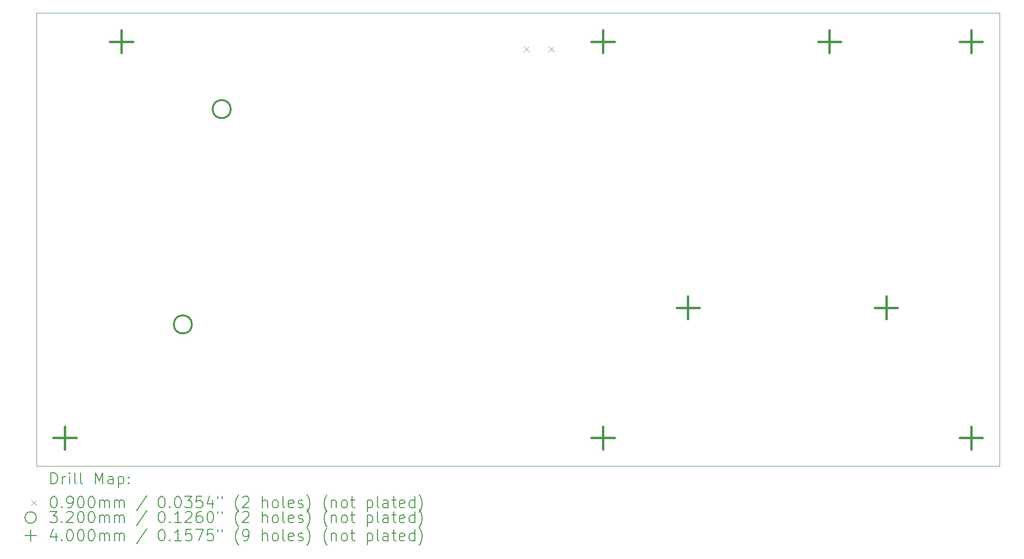
<source format=gbr>
%TF.GenerationSoftware,KiCad,Pcbnew,8.0.3*%
%TF.CreationDate,2024-07-06T19:44:55-04:00*%
%TF.ProjectId,UMTK,554d544b-2e6b-4696-9361-645f70636258,rev?*%
%TF.SameCoordinates,Original*%
%TF.FileFunction,Drillmap*%
%TF.FilePolarity,Positive*%
%FSLAX45Y45*%
G04 Gerber Fmt 4.5, Leading zero omitted, Abs format (unit mm)*
G04 Created by KiCad (PCBNEW 8.0.3) date 2024-07-06 19:44:55*
%MOMM*%
%LPD*%
G01*
G04 APERTURE LIST*
%ADD10C,0.050000*%
%ADD11C,0.200000*%
%ADD12C,0.100000*%
%ADD13C,0.320000*%
%ADD14C,0.400000*%
G04 APERTURE END LIST*
D10*
X2000000Y-10000000D02*
X2000000Y-2000000D01*
X19000000Y-10000000D02*
X2000000Y-10000000D01*
X19000000Y-2000000D02*
X19000000Y-10000000D01*
X2000000Y-2000000D02*
X19000000Y-2000000D01*
D11*
D12*
X10605000Y-2590900D02*
X10695000Y-2680900D01*
X10695000Y-2590900D02*
X10605000Y-2680900D01*
X11045000Y-2590900D02*
X11135000Y-2680900D01*
X11135000Y-2590900D02*
X11045000Y-2680900D01*
D13*
X4744600Y-7496400D02*
G75*
G02*
X4424600Y-7496400I-160000J0D01*
G01*
X4424600Y-7496400D02*
G75*
G02*
X4744600Y-7496400I160000J0D01*
G01*
X5430400Y-3694020D02*
G75*
G02*
X5110400Y-3694020I-160000J0D01*
G01*
X5110400Y-3694020D02*
G75*
G02*
X5430400Y-3694020I160000J0D01*
G01*
D14*
X2500000Y-9300000D02*
X2500000Y-9700000D01*
X2300000Y-9500000D02*
X2700000Y-9500000D01*
X3500000Y-2300000D02*
X3500000Y-2700000D01*
X3300000Y-2500000D02*
X3700000Y-2500000D01*
X12000000Y-2300000D02*
X12000000Y-2700000D01*
X11800000Y-2500000D02*
X12200000Y-2500000D01*
X12000000Y-9300000D02*
X12000000Y-9700000D01*
X11800000Y-9500000D02*
X12200000Y-9500000D01*
X13500000Y-7000000D02*
X13500000Y-7400000D01*
X13300000Y-7200000D02*
X13700000Y-7200000D01*
X16000000Y-2300000D02*
X16000000Y-2700000D01*
X15800000Y-2500000D02*
X16200000Y-2500000D01*
X17000000Y-7000000D02*
X17000000Y-7400000D01*
X16800000Y-7200000D02*
X17200000Y-7200000D01*
X18500000Y-2300000D02*
X18500000Y-2700000D01*
X18300000Y-2500000D02*
X18700000Y-2500000D01*
X18500000Y-9300000D02*
X18500000Y-9700000D01*
X18300000Y-9500000D02*
X18700000Y-9500000D01*
D11*
X2258277Y-10313984D02*
X2258277Y-10113984D01*
X2258277Y-10113984D02*
X2305896Y-10113984D01*
X2305896Y-10113984D02*
X2334467Y-10123508D01*
X2334467Y-10123508D02*
X2353515Y-10142555D01*
X2353515Y-10142555D02*
X2363039Y-10161603D01*
X2363039Y-10161603D02*
X2372563Y-10199698D01*
X2372563Y-10199698D02*
X2372563Y-10228270D01*
X2372563Y-10228270D02*
X2363039Y-10266365D01*
X2363039Y-10266365D02*
X2353515Y-10285412D01*
X2353515Y-10285412D02*
X2334467Y-10304460D01*
X2334467Y-10304460D02*
X2305896Y-10313984D01*
X2305896Y-10313984D02*
X2258277Y-10313984D01*
X2458277Y-10313984D02*
X2458277Y-10180650D01*
X2458277Y-10218746D02*
X2467801Y-10199698D01*
X2467801Y-10199698D02*
X2477324Y-10190174D01*
X2477324Y-10190174D02*
X2496372Y-10180650D01*
X2496372Y-10180650D02*
X2515420Y-10180650D01*
X2582086Y-10313984D02*
X2582086Y-10180650D01*
X2582086Y-10113984D02*
X2572563Y-10123508D01*
X2572563Y-10123508D02*
X2582086Y-10133031D01*
X2582086Y-10133031D02*
X2591610Y-10123508D01*
X2591610Y-10123508D02*
X2582086Y-10113984D01*
X2582086Y-10113984D02*
X2582086Y-10133031D01*
X2705896Y-10313984D02*
X2686848Y-10304460D01*
X2686848Y-10304460D02*
X2677324Y-10285412D01*
X2677324Y-10285412D02*
X2677324Y-10113984D01*
X2810658Y-10313984D02*
X2791610Y-10304460D01*
X2791610Y-10304460D02*
X2782086Y-10285412D01*
X2782086Y-10285412D02*
X2782086Y-10113984D01*
X3039229Y-10313984D02*
X3039229Y-10113984D01*
X3039229Y-10113984D02*
X3105896Y-10256841D01*
X3105896Y-10256841D02*
X3172562Y-10113984D01*
X3172562Y-10113984D02*
X3172562Y-10313984D01*
X3353515Y-10313984D02*
X3353515Y-10209222D01*
X3353515Y-10209222D02*
X3343991Y-10190174D01*
X3343991Y-10190174D02*
X3324943Y-10180650D01*
X3324943Y-10180650D02*
X3286848Y-10180650D01*
X3286848Y-10180650D02*
X3267801Y-10190174D01*
X3353515Y-10304460D02*
X3334467Y-10313984D01*
X3334467Y-10313984D02*
X3286848Y-10313984D01*
X3286848Y-10313984D02*
X3267801Y-10304460D01*
X3267801Y-10304460D02*
X3258277Y-10285412D01*
X3258277Y-10285412D02*
X3258277Y-10266365D01*
X3258277Y-10266365D02*
X3267801Y-10247317D01*
X3267801Y-10247317D02*
X3286848Y-10237793D01*
X3286848Y-10237793D02*
X3334467Y-10237793D01*
X3334467Y-10237793D02*
X3353515Y-10228270D01*
X3448753Y-10180650D02*
X3448753Y-10380650D01*
X3448753Y-10190174D02*
X3467801Y-10180650D01*
X3467801Y-10180650D02*
X3505896Y-10180650D01*
X3505896Y-10180650D02*
X3524943Y-10190174D01*
X3524943Y-10190174D02*
X3534467Y-10199698D01*
X3534467Y-10199698D02*
X3543991Y-10218746D01*
X3543991Y-10218746D02*
X3543991Y-10275889D01*
X3543991Y-10275889D02*
X3534467Y-10294936D01*
X3534467Y-10294936D02*
X3524943Y-10304460D01*
X3524943Y-10304460D02*
X3505896Y-10313984D01*
X3505896Y-10313984D02*
X3467801Y-10313984D01*
X3467801Y-10313984D02*
X3448753Y-10304460D01*
X3629705Y-10294936D02*
X3639229Y-10304460D01*
X3639229Y-10304460D02*
X3629705Y-10313984D01*
X3629705Y-10313984D02*
X3620182Y-10304460D01*
X3620182Y-10304460D02*
X3629705Y-10294936D01*
X3629705Y-10294936D02*
X3629705Y-10313984D01*
X3629705Y-10190174D02*
X3639229Y-10199698D01*
X3639229Y-10199698D02*
X3629705Y-10209222D01*
X3629705Y-10209222D02*
X3620182Y-10199698D01*
X3620182Y-10199698D02*
X3629705Y-10190174D01*
X3629705Y-10190174D02*
X3629705Y-10209222D01*
D12*
X1907500Y-10597500D02*
X1997500Y-10687500D01*
X1997500Y-10597500D02*
X1907500Y-10687500D01*
D11*
X2296372Y-10533984D02*
X2315420Y-10533984D01*
X2315420Y-10533984D02*
X2334467Y-10543508D01*
X2334467Y-10543508D02*
X2343991Y-10553031D01*
X2343991Y-10553031D02*
X2353515Y-10572079D01*
X2353515Y-10572079D02*
X2363039Y-10610174D01*
X2363039Y-10610174D02*
X2363039Y-10657793D01*
X2363039Y-10657793D02*
X2353515Y-10695889D01*
X2353515Y-10695889D02*
X2343991Y-10714936D01*
X2343991Y-10714936D02*
X2334467Y-10724460D01*
X2334467Y-10724460D02*
X2315420Y-10733984D01*
X2315420Y-10733984D02*
X2296372Y-10733984D01*
X2296372Y-10733984D02*
X2277324Y-10724460D01*
X2277324Y-10724460D02*
X2267801Y-10714936D01*
X2267801Y-10714936D02*
X2258277Y-10695889D01*
X2258277Y-10695889D02*
X2248753Y-10657793D01*
X2248753Y-10657793D02*
X2248753Y-10610174D01*
X2248753Y-10610174D02*
X2258277Y-10572079D01*
X2258277Y-10572079D02*
X2267801Y-10553031D01*
X2267801Y-10553031D02*
X2277324Y-10543508D01*
X2277324Y-10543508D02*
X2296372Y-10533984D01*
X2448753Y-10714936D02*
X2458277Y-10724460D01*
X2458277Y-10724460D02*
X2448753Y-10733984D01*
X2448753Y-10733984D02*
X2439229Y-10724460D01*
X2439229Y-10724460D02*
X2448753Y-10714936D01*
X2448753Y-10714936D02*
X2448753Y-10733984D01*
X2553515Y-10733984D02*
X2591610Y-10733984D01*
X2591610Y-10733984D02*
X2610658Y-10724460D01*
X2610658Y-10724460D02*
X2620182Y-10714936D01*
X2620182Y-10714936D02*
X2639229Y-10686365D01*
X2639229Y-10686365D02*
X2648753Y-10648270D01*
X2648753Y-10648270D02*
X2648753Y-10572079D01*
X2648753Y-10572079D02*
X2639229Y-10553031D01*
X2639229Y-10553031D02*
X2629705Y-10543508D01*
X2629705Y-10543508D02*
X2610658Y-10533984D01*
X2610658Y-10533984D02*
X2572563Y-10533984D01*
X2572563Y-10533984D02*
X2553515Y-10543508D01*
X2553515Y-10543508D02*
X2543991Y-10553031D01*
X2543991Y-10553031D02*
X2534467Y-10572079D01*
X2534467Y-10572079D02*
X2534467Y-10619698D01*
X2534467Y-10619698D02*
X2543991Y-10638746D01*
X2543991Y-10638746D02*
X2553515Y-10648270D01*
X2553515Y-10648270D02*
X2572563Y-10657793D01*
X2572563Y-10657793D02*
X2610658Y-10657793D01*
X2610658Y-10657793D02*
X2629705Y-10648270D01*
X2629705Y-10648270D02*
X2639229Y-10638746D01*
X2639229Y-10638746D02*
X2648753Y-10619698D01*
X2772563Y-10533984D02*
X2791610Y-10533984D01*
X2791610Y-10533984D02*
X2810658Y-10543508D01*
X2810658Y-10543508D02*
X2820182Y-10553031D01*
X2820182Y-10553031D02*
X2829705Y-10572079D01*
X2829705Y-10572079D02*
X2839229Y-10610174D01*
X2839229Y-10610174D02*
X2839229Y-10657793D01*
X2839229Y-10657793D02*
X2829705Y-10695889D01*
X2829705Y-10695889D02*
X2820182Y-10714936D01*
X2820182Y-10714936D02*
X2810658Y-10724460D01*
X2810658Y-10724460D02*
X2791610Y-10733984D01*
X2791610Y-10733984D02*
X2772563Y-10733984D01*
X2772563Y-10733984D02*
X2753515Y-10724460D01*
X2753515Y-10724460D02*
X2743991Y-10714936D01*
X2743991Y-10714936D02*
X2734467Y-10695889D01*
X2734467Y-10695889D02*
X2724944Y-10657793D01*
X2724944Y-10657793D02*
X2724944Y-10610174D01*
X2724944Y-10610174D02*
X2734467Y-10572079D01*
X2734467Y-10572079D02*
X2743991Y-10553031D01*
X2743991Y-10553031D02*
X2753515Y-10543508D01*
X2753515Y-10543508D02*
X2772563Y-10533984D01*
X2963039Y-10533984D02*
X2982086Y-10533984D01*
X2982086Y-10533984D02*
X3001134Y-10543508D01*
X3001134Y-10543508D02*
X3010658Y-10553031D01*
X3010658Y-10553031D02*
X3020182Y-10572079D01*
X3020182Y-10572079D02*
X3029705Y-10610174D01*
X3029705Y-10610174D02*
X3029705Y-10657793D01*
X3029705Y-10657793D02*
X3020182Y-10695889D01*
X3020182Y-10695889D02*
X3010658Y-10714936D01*
X3010658Y-10714936D02*
X3001134Y-10724460D01*
X3001134Y-10724460D02*
X2982086Y-10733984D01*
X2982086Y-10733984D02*
X2963039Y-10733984D01*
X2963039Y-10733984D02*
X2943991Y-10724460D01*
X2943991Y-10724460D02*
X2934467Y-10714936D01*
X2934467Y-10714936D02*
X2924943Y-10695889D01*
X2924943Y-10695889D02*
X2915420Y-10657793D01*
X2915420Y-10657793D02*
X2915420Y-10610174D01*
X2915420Y-10610174D02*
X2924943Y-10572079D01*
X2924943Y-10572079D02*
X2934467Y-10553031D01*
X2934467Y-10553031D02*
X2943991Y-10543508D01*
X2943991Y-10543508D02*
X2963039Y-10533984D01*
X3115420Y-10733984D02*
X3115420Y-10600650D01*
X3115420Y-10619698D02*
X3124943Y-10610174D01*
X3124943Y-10610174D02*
X3143991Y-10600650D01*
X3143991Y-10600650D02*
X3172563Y-10600650D01*
X3172563Y-10600650D02*
X3191610Y-10610174D01*
X3191610Y-10610174D02*
X3201134Y-10629222D01*
X3201134Y-10629222D02*
X3201134Y-10733984D01*
X3201134Y-10629222D02*
X3210658Y-10610174D01*
X3210658Y-10610174D02*
X3229705Y-10600650D01*
X3229705Y-10600650D02*
X3258277Y-10600650D01*
X3258277Y-10600650D02*
X3277324Y-10610174D01*
X3277324Y-10610174D02*
X3286848Y-10629222D01*
X3286848Y-10629222D02*
X3286848Y-10733984D01*
X3382086Y-10733984D02*
X3382086Y-10600650D01*
X3382086Y-10619698D02*
X3391610Y-10610174D01*
X3391610Y-10610174D02*
X3410658Y-10600650D01*
X3410658Y-10600650D02*
X3439229Y-10600650D01*
X3439229Y-10600650D02*
X3458277Y-10610174D01*
X3458277Y-10610174D02*
X3467801Y-10629222D01*
X3467801Y-10629222D02*
X3467801Y-10733984D01*
X3467801Y-10629222D02*
X3477324Y-10610174D01*
X3477324Y-10610174D02*
X3496372Y-10600650D01*
X3496372Y-10600650D02*
X3524943Y-10600650D01*
X3524943Y-10600650D02*
X3543991Y-10610174D01*
X3543991Y-10610174D02*
X3553515Y-10629222D01*
X3553515Y-10629222D02*
X3553515Y-10733984D01*
X3943991Y-10524460D02*
X3772563Y-10781603D01*
X4201134Y-10533984D02*
X4220182Y-10533984D01*
X4220182Y-10533984D02*
X4239229Y-10543508D01*
X4239229Y-10543508D02*
X4248753Y-10553031D01*
X4248753Y-10553031D02*
X4258277Y-10572079D01*
X4258277Y-10572079D02*
X4267801Y-10610174D01*
X4267801Y-10610174D02*
X4267801Y-10657793D01*
X4267801Y-10657793D02*
X4258277Y-10695889D01*
X4258277Y-10695889D02*
X4248753Y-10714936D01*
X4248753Y-10714936D02*
X4239229Y-10724460D01*
X4239229Y-10724460D02*
X4220182Y-10733984D01*
X4220182Y-10733984D02*
X4201134Y-10733984D01*
X4201134Y-10733984D02*
X4182086Y-10724460D01*
X4182086Y-10724460D02*
X4172563Y-10714936D01*
X4172563Y-10714936D02*
X4163039Y-10695889D01*
X4163039Y-10695889D02*
X4153515Y-10657793D01*
X4153515Y-10657793D02*
X4153515Y-10610174D01*
X4153515Y-10610174D02*
X4163039Y-10572079D01*
X4163039Y-10572079D02*
X4172563Y-10553031D01*
X4172563Y-10553031D02*
X4182086Y-10543508D01*
X4182086Y-10543508D02*
X4201134Y-10533984D01*
X4353515Y-10714936D02*
X4363039Y-10724460D01*
X4363039Y-10724460D02*
X4353515Y-10733984D01*
X4353515Y-10733984D02*
X4343991Y-10724460D01*
X4343991Y-10724460D02*
X4353515Y-10714936D01*
X4353515Y-10714936D02*
X4353515Y-10733984D01*
X4486848Y-10533984D02*
X4505896Y-10533984D01*
X4505896Y-10533984D02*
X4524944Y-10543508D01*
X4524944Y-10543508D02*
X4534468Y-10553031D01*
X4534468Y-10553031D02*
X4543991Y-10572079D01*
X4543991Y-10572079D02*
X4553515Y-10610174D01*
X4553515Y-10610174D02*
X4553515Y-10657793D01*
X4553515Y-10657793D02*
X4543991Y-10695889D01*
X4543991Y-10695889D02*
X4534468Y-10714936D01*
X4534468Y-10714936D02*
X4524944Y-10724460D01*
X4524944Y-10724460D02*
X4505896Y-10733984D01*
X4505896Y-10733984D02*
X4486848Y-10733984D01*
X4486848Y-10733984D02*
X4467801Y-10724460D01*
X4467801Y-10724460D02*
X4458277Y-10714936D01*
X4458277Y-10714936D02*
X4448753Y-10695889D01*
X4448753Y-10695889D02*
X4439229Y-10657793D01*
X4439229Y-10657793D02*
X4439229Y-10610174D01*
X4439229Y-10610174D02*
X4448753Y-10572079D01*
X4448753Y-10572079D02*
X4458277Y-10553031D01*
X4458277Y-10553031D02*
X4467801Y-10543508D01*
X4467801Y-10543508D02*
X4486848Y-10533984D01*
X4620182Y-10533984D02*
X4743991Y-10533984D01*
X4743991Y-10533984D02*
X4677325Y-10610174D01*
X4677325Y-10610174D02*
X4705896Y-10610174D01*
X4705896Y-10610174D02*
X4724944Y-10619698D01*
X4724944Y-10619698D02*
X4734468Y-10629222D01*
X4734468Y-10629222D02*
X4743991Y-10648270D01*
X4743991Y-10648270D02*
X4743991Y-10695889D01*
X4743991Y-10695889D02*
X4734468Y-10714936D01*
X4734468Y-10714936D02*
X4724944Y-10724460D01*
X4724944Y-10724460D02*
X4705896Y-10733984D01*
X4705896Y-10733984D02*
X4648753Y-10733984D01*
X4648753Y-10733984D02*
X4629706Y-10724460D01*
X4629706Y-10724460D02*
X4620182Y-10714936D01*
X4924944Y-10533984D02*
X4829706Y-10533984D01*
X4829706Y-10533984D02*
X4820182Y-10629222D01*
X4820182Y-10629222D02*
X4829706Y-10619698D01*
X4829706Y-10619698D02*
X4848753Y-10610174D01*
X4848753Y-10610174D02*
X4896372Y-10610174D01*
X4896372Y-10610174D02*
X4915420Y-10619698D01*
X4915420Y-10619698D02*
X4924944Y-10629222D01*
X4924944Y-10629222D02*
X4934468Y-10648270D01*
X4934468Y-10648270D02*
X4934468Y-10695889D01*
X4934468Y-10695889D02*
X4924944Y-10714936D01*
X4924944Y-10714936D02*
X4915420Y-10724460D01*
X4915420Y-10724460D02*
X4896372Y-10733984D01*
X4896372Y-10733984D02*
X4848753Y-10733984D01*
X4848753Y-10733984D02*
X4829706Y-10724460D01*
X4829706Y-10724460D02*
X4820182Y-10714936D01*
X5105896Y-10600650D02*
X5105896Y-10733984D01*
X5058277Y-10524460D02*
X5010658Y-10667317D01*
X5010658Y-10667317D02*
X5134468Y-10667317D01*
X5201134Y-10533984D02*
X5201134Y-10572079D01*
X5277325Y-10533984D02*
X5277325Y-10572079D01*
X5572563Y-10810174D02*
X5563039Y-10800650D01*
X5563039Y-10800650D02*
X5543991Y-10772079D01*
X5543991Y-10772079D02*
X5534468Y-10753031D01*
X5534468Y-10753031D02*
X5524944Y-10724460D01*
X5524944Y-10724460D02*
X5515420Y-10676841D01*
X5515420Y-10676841D02*
X5515420Y-10638746D01*
X5515420Y-10638746D02*
X5524944Y-10591127D01*
X5524944Y-10591127D02*
X5534468Y-10562555D01*
X5534468Y-10562555D02*
X5543991Y-10543508D01*
X5543991Y-10543508D02*
X5563039Y-10514936D01*
X5563039Y-10514936D02*
X5572563Y-10505412D01*
X5639229Y-10553031D02*
X5648753Y-10543508D01*
X5648753Y-10543508D02*
X5667801Y-10533984D01*
X5667801Y-10533984D02*
X5715420Y-10533984D01*
X5715420Y-10533984D02*
X5734468Y-10543508D01*
X5734468Y-10543508D02*
X5743991Y-10553031D01*
X5743991Y-10553031D02*
X5753515Y-10572079D01*
X5753515Y-10572079D02*
X5753515Y-10591127D01*
X5753515Y-10591127D02*
X5743991Y-10619698D01*
X5743991Y-10619698D02*
X5629706Y-10733984D01*
X5629706Y-10733984D02*
X5753515Y-10733984D01*
X5991610Y-10733984D02*
X5991610Y-10533984D01*
X6077325Y-10733984D02*
X6077325Y-10629222D01*
X6077325Y-10629222D02*
X6067801Y-10610174D01*
X6067801Y-10610174D02*
X6048753Y-10600650D01*
X6048753Y-10600650D02*
X6020182Y-10600650D01*
X6020182Y-10600650D02*
X6001134Y-10610174D01*
X6001134Y-10610174D02*
X5991610Y-10619698D01*
X6201134Y-10733984D02*
X6182087Y-10724460D01*
X6182087Y-10724460D02*
X6172563Y-10714936D01*
X6172563Y-10714936D02*
X6163039Y-10695889D01*
X6163039Y-10695889D02*
X6163039Y-10638746D01*
X6163039Y-10638746D02*
X6172563Y-10619698D01*
X6172563Y-10619698D02*
X6182087Y-10610174D01*
X6182087Y-10610174D02*
X6201134Y-10600650D01*
X6201134Y-10600650D02*
X6229706Y-10600650D01*
X6229706Y-10600650D02*
X6248753Y-10610174D01*
X6248753Y-10610174D02*
X6258277Y-10619698D01*
X6258277Y-10619698D02*
X6267801Y-10638746D01*
X6267801Y-10638746D02*
X6267801Y-10695889D01*
X6267801Y-10695889D02*
X6258277Y-10714936D01*
X6258277Y-10714936D02*
X6248753Y-10724460D01*
X6248753Y-10724460D02*
X6229706Y-10733984D01*
X6229706Y-10733984D02*
X6201134Y-10733984D01*
X6382087Y-10733984D02*
X6363039Y-10724460D01*
X6363039Y-10724460D02*
X6353515Y-10705412D01*
X6353515Y-10705412D02*
X6353515Y-10533984D01*
X6534468Y-10724460D02*
X6515420Y-10733984D01*
X6515420Y-10733984D02*
X6477325Y-10733984D01*
X6477325Y-10733984D02*
X6458277Y-10724460D01*
X6458277Y-10724460D02*
X6448753Y-10705412D01*
X6448753Y-10705412D02*
X6448753Y-10629222D01*
X6448753Y-10629222D02*
X6458277Y-10610174D01*
X6458277Y-10610174D02*
X6477325Y-10600650D01*
X6477325Y-10600650D02*
X6515420Y-10600650D01*
X6515420Y-10600650D02*
X6534468Y-10610174D01*
X6534468Y-10610174D02*
X6543991Y-10629222D01*
X6543991Y-10629222D02*
X6543991Y-10648270D01*
X6543991Y-10648270D02*
X6448753Y-10667317D01*
X6620182Y-10724460D02*
X6639230Y-10733984D01*
X6639230Y-10733984D02*
X6677325Y-10733984D01*
X6677325Y-10733984D02*
X6696372Y-10724460D01*
X6696372Y-10724460D02*
X6705896Y-10705412D01*
X6705896Y-10705412D02*
X6705896Y-10695889D01*
X6705896Y-10695889D02*
X6696372Y-10676841D01*
X6696372Y-10676841D02*
X6677325Y-10667317D01*
X6677325Y-10667317D02*
X6648753Y-10667317D01*
X6648753Y-10667317D02*
X6629706Y-10657793D01*
X6629706Y-10657793D02*
X6620182Y-10638746D01*
X6620182Y-10638746D02*
X6620182Y-10629222D01*
X6620182Y-10629222D02*
X6629706Y-10610174D01*
X6629706Y-10610174D02*
X6648753Y-10600650D01*
X6648753Y-10600650D02*
X6677325Y-10600650D01*
X6677325Y-10600650D02*
X6696372Y-10610174D01*
X6772563Y-10810174D02*
X6782087Y-10800650D01*
X6782087Y-10800650D02*
X6801134Y-10772079D01*
X6801134Y-10772079D02*
X6810658Y-10753031D01*
X6810658Y-10753031D02*
X6820182Y-10724460D01*
X6820182Y-10724460D02*
X6829706Y-10676841D01*
X6829706Y-10676841D02*
X6829706Y-10638746D01*
X6829706Y-10638746D02*
X6820182Y-10591127D01*
X6820182Y-10591127D02*
X6810658Y-10562555D01*
X6810658Y-10562555D02*
X6801134Y-10543508D01*
X6801134Y-10543508D02*
X6782087Y-10514936D01*
X6782087Y-10514936D02*
X6772563Y-10505412D01*
X7134468Y-10810174D02*
X7124944Y-10800650D01*
X7124944Y-10800650D02*
X7105896Y-10772079D01*
X7105896Y-10772079D02*
X7096372Y-10753031D01*
X7096372Y-10753031D02*
X7086849Y-10724460D01*
X7086849Y-10724460D02*
X7077325Y-10676841D01*
X7077325Y-10676841D02*
X7077325Y-10638746D01*
X7077325Y-10638746D02*
X7086849Y-10591127D01*
X7086849Y-10591127D02*
X7096372Y-10562555D01*
X7096372Y-10562555D02*
X7105896Y-10543508D01*
X7105896Y-10543508D02*
X7124944Y-10514936D01*
X7124944Y-10514936D02*
X7134468Y-10505412D01*
X7210658Y-10600650D02*
X7210658Y-10733984D01*
X7210658Y-10619698D02*
X7220182Y-10610174D01*
X7220182Y-10610174D02*
X7239230Y-10600650D01*
X7239230Y-10600650D02*
X7267801Y-10600650D01*
X7267801Y-10600650D02*
X7286849Y-10610174D01*
X7286849Y-10610174D02*
X7296372Y-10629222D01*
X7296372Y-10629222D02*
X7296372Y-10733984D01*
X7420182Y-10733984D02*
X7401134Y-10724460D01*
X7401134Y-10724460D02*
X7391611Y-10714936D01*
X7391611Y-10714936D02*
X7382087Y-10695889D01*
X7382087Y-10695889D02*
X7382087Y-10638746D01*
X7382087Y-10638746D02*
X7391611Y-10619698D01*
X7391611Y-10619698D02*
X7401134Y-10610174D01*
X7401134Y-10610174D02*
X7420182Y-10600650D01*
X7420182Y-10600650D02*
X7448753Y-10600650D01*
X7448753Y-10600650D02*
X7467801Y-10610174D01*
X7467801Y-10610174D02*
X7477325Y-10619698D01*
X7477325Y-10619698D02*
X7486849Y-10638746D01*
X7486849Y-10638746D02*
X7486849Y-10695889D01*
X7486849Y-10695889D02*
X7477325Y-10714936D01*
X7477325Y-10714936D02*
X7467801Y-10724460D01*
X7467801Y-10724460D02*
X7448753Y-10733984D01*
X7448753Y-10733984D02*
X7420182Y-10733984D01*
X7543992Y-10600650D02*
X7620182Y-10600650D01*
X7572563Y-10533984D02*
X7572563Y-10705412D01*
X7572563Y-10705412D02*
X7582087Y-10724460D01*
X7582087Y-10724460D02*
X7601134Y-10733984D01*
X7601134Y-10733984D02*
X7620182Y-10733984D01*
X7839230Y-10600650D02*
X7839230Y-10800650D01*
X7839230Y-10610174D02*
X7858277Y-10600650D01*
X7858277Y-10600650D02*
X7896373Y-10600650D01*
X7896373Y-10600650D02*
X7915420Y-10610174D01*
X7915420Y-10610174D02*
X7924944Y-10619698D01*
X7924944Y-10619698D02*
X7934468Y-10638746D01*
X7934468Y-10638746D02*
X7934468Y-10695889D01*
X7934468Y-10695889D02*
X7924944Y-10714936D01*
X7924944Y-10714936D02*
X7915420Y-10724460D01*
X7915420Y-10724460D02*
X7896373Y-10733984D01*
X7896373Y-10733984D02*
X7858277Y-10733984D01*
X7858277Y-10733984D02*
X7839230Y-10724460D01*
X8048753Y-10733984D02*
X8029706Y-10724460D01*
X8029706Y-10724460D02*
X8020182Y-10705412D01*
X8020182Y-10705412D02*
X8020182Y-10533984D01*
X8210658Y-10733984D02*
X8210658Y-10629222D01*
X8210658Y-10629222D02*
X8201134Y-10610174D01*
X8201134Y-10610174D02*
X8182087Y-10600650D01*
X8182087Y-10600650D02*
X8143992Y-10600650D01*
X8143992Y-10600650D02*
X8124944Y-10610174D01*
X8210658Y-10724460D02*
X8191611Y-10733984D01*
X8191611Y-10733984D02*
X8143992Y-10733984D01*
X8143992Y-10733984D02*
X8124944Y-10724460D01*
X8124944Y-10724460D02*
X8115420Y-10705412D01*
X8115420Y-10705412D02*
X8115420Y-10686365D01*
X8115420Y-10686365D02*
X8124944Y-10667317D01*
X8124944Y-10667317D02*
X8143992Y-10657793D01*
X8143992Y-10657793D02*
X8191611Y-10657793D01*
X8191611Y-10657793D02*
X8210658Y-10648270D01*
X8277325Y-10600650D02*
X8353515Y-10600650D01*
X8305896Y-10533984D02*
X8305896Y-10705412D01*
X8305896Y-10705412D02*
X8315420Y-10724460D01*
X8315420Y-10724460D02*
X8334468Y-10733984D01*
X8334468Y-10733984D02*
X8353515Y-10733984D01*
X8496373Y-10724460D02*
X8477325Y-10733984D01*
X8477325Y-10733984D02*
X8439230Y-10733984D01*
X8439230Y-10733984D02*
X8420182Y-10724460D01*
X8420182Y-10724460D02*
X8410658Y-10705412D01*
X8410658Y-10705412D02*
X8410658Y-10629222D01*
X8410658Y-10629222D02*
X8420182Y-10610174D01*
X8420182Y-10610174D02*
X8439230Y-10600650D01*
X8439230Y-10600650D02*
X8477325Y-10600650D01*
X8477325Y-10600650D02*
X8496373Y-10610174D01*
X8496373Y-10610174D02*
X8505896Y-10629222D01*
X8505896Y-10629222D02*
X8505896Y-10648270D01*
X8505896Y-10648270D02*
X8410658Y-10667317D01*
X8677325Y-10733984D02*
X8677325Y-10533984D01*
X8677325Y-10724460D02*
X8658277Y-10733984D01*
X8658277Y-10733984D02*
X8620182Y-10733984D01*
X8620182Y-10733984D02*
X8601135Y-10724460D01*
X8601135Y-10724460D02*
X8591611Y-10714936D01*
X8591611Y-10714936D02*
X8582087Y-10695889D01*
X8582087Y-10695889D02*
X8582087Y-10638746D01*
X8582087Y-10638746D02*
X8591611Y-10619698D01*
X8591611Y-10619698D02*
X8601135Y-10610174D01*
X8601135Y-10610174D02*
X8620182Y-10600650D01*
X8620182Y-10600650D02*
X8658277Y-10600650D01*
X8658277Y-10600650D02*
X8677325Y-10610174D01*
X8753516Y-10810174D02*
X8763039Y-10800650D01*
X8763039Y-10800650D02*
X8782087Y-10772079D01*
X8782087Y-10772079D02*
X8791611Y-10753031D01*
X8791611Y-10753031D02*
X8801135Y-10724460D01*
X8801135Y-10724460D02*
X8810658Y-10676841D01*
X8810658Y-10676841D02*
X8810658Y-10638746D01*
X8810658Y-10638746D02*
X8801135Y-10591127D01*
X8801135Y-10591127D02*
X8791611Y-10562555D01*
X8791611Y-10562555D02*
X8782087Y-10543508D01*
X8782087Y-10543508D02*
X8763039Y-10514936D01*
X8763039Y-10514936D02*
X8753516Y-10505412D01*
X1997500Y-10906500D02*
G75*
G02*
X1797500Y-10906500I-100000J0D01*
G01*
X1797500Y-10906500D02*
G75*
G02*
X1997500Y-10906500I100000J0D01*
G01*
X2239229Y-10797984D02*
X2363039Y-10797984D01*
X2363039Y-10797984D02*
X2296372Y-10874174D01*
X2296372Y-10874174D02*
X2324944Y-10874174D01*
X2324944Y-10874174D02*
X2343991Y-10883698D01*
X2343991Y-10883698D02*
X2353515Y-10893222D01*
X2353515Y-10893222D02*
X2363039Y-10912270D01*
X2363039Y-10912270D02*
X2363039Y-10959889D01*
X2363039Y-10959889D02*
X2353515Y-10978936D01*
X2353515Y-10978936D02*
X2343991Y-10988460D01*
X2343991Y-10988460D02*
X2324944Y-10997984D01*
X2324944Y-10997984D02*
X2267801Y-10997984D01*
X2267801Y-10997984D02*
X2248753Y-10988460D01*
X2248753Y-10988460D02*
X2239229Y-10978936D01*
X2448753Y-10978936D02*
X2458277Y-10988460D01*
X2458277Y-10988460D02*
X2448753Y-10997984D01*
X2448753Y-10997984D02*
X2439229Y-10988460D01*
X2439229Y-10988460D02*
X2448753Y-10978936D01*
X2448753Y-10978936D02*
X2448753Y-10997984D01*
X2534467Y-10817031D02*
X2543991Y-10807508D01*
X2543991Y-10807508D02*
X2563039Y-10797984D01*
X2563039Y-10797984D02*
X2610658Y-10797984D01*
X2610658Y-10797984D02*
X2629705Y-10807508D01*
X2629705Y-10807508D02*
X2639229Y-10817031D01*
X2639229Y-10817031D02*
X2648753Y-10836079D01*
X2648753Y-10836079D02*
X2648753Y-10855127D01*
X2648753Y-10855127D02*
X2639229Y-10883698D01*
X2639229Y-10883698D02*
X2524944Y-10997984D01*
X2524944Y-10997984D02*
X2648753Y-10997984D01*
X2772563Y-10797984D02*
X2791610Y-10797984D01*
X2791610Y-10797984D02*
X2810658Y-10807508D01*
X2810658Y-10807508D02*
X2820182Y-10817031D01*
X2820182Y-10817031D02*
X2829705Y-10836079D01*
X2829705Y-10836079D02*
X2839229Y-10874174D01*
X2839229Y-10874174D02*
X2839229Y-10921793D01*
X2839229Y-10921793D02*
X2829705Y-10959889D01*
X2829705Y-10959889D02*
X2820182Y-10978936D01*
X2820182Y-10978936D02*
X2810658Y-10988460D01*
X2810658Y-10988460D02*
X2791610Y-10997984D01*
X2791610Y-10997984D02*
X2772563Y-10997984D01*
X2772563Y-10997984D02*
X2753515Y-10988460D01*
X2753515Y-10988460D02*
X2743991Y-10978936D01*
X2743991Y-10978936D02*
X2734467Y-10959889D01*
X2734467Y-10959889D02*
X2724944Y-10921793D01*
X2724944Y-10921793D02*
X2724944Y-10874174D01*
X2724944Y-10874174D02*
X2734467Y-10836079D01*
X2734467Y-10836079D02*
X2743991Y-10817031D01*
X2743991Y-10817031D02*
X2753515Y-10807508D01*
X2753515Y-10807508D02*
X2772563Y-10797984D01*
X2963039Y-10797984D02*
X2982086Y-10797984D01*
X2982086Y-10797984D02*
X3001134Y-10807508D01*
X3001134Y-10807508D02*
X3010658Y-10817031D01*
X3010658Y-10817031D02*
X3020182Y-10836079D01*
X3020182Y-10836079D02*
X3029705Y-10874174D01*
X3029705Y-10874174D02*
X3029705Y-10921793D01*
X3029705Y-10921793D02*
X3020182Y-10959889D01*
X3020182Y-10959889D02*
X3010658Y-10978936D01*
X3010658Y-10978936D02*
X3001134Y-10988460D01*
X3001134Y-10988460D02*
X2982086Y-10997984D01*
X2982086Y-10997984D02*
X2963039Y-10997984D01*
X2963039Y-10997984D02*
X2943991Y-10988460D01*
X2943991Y-10988460D02*
X2934467Y-10978936D01*
X2934467Y-10978936D02*
X2924943Y-10959889D01*
X2924943Y-10959889D02*
X2915420Y-10921793D01*
X2915420Y-10921793D02*
X2915420Y-10874174D01*
X2915420Y-10874174D02*
X2924943Y-10836079D01*
X2924943Y-10836079D02*
X2934467Y-10817031D01*
X2934467Y-10817031D02*
X2943991Y-10807508D01*
X2943991Y-10807508D02*
X2963039Y-10797984D01*
X3115420Y-10997984D02*
X3115420Y-10864650D01*
X3115420Y-10883698D02*
X3124943Y-10874174D01*
X3124943Y-10874174D02*
X3143991Y-10864650D01*
X3143991Y-10864650D02*
X3172563Y-10864650D01*
X3172563Y-10864650D02*
X3191610Y-10874174D01*
X3191610Y-10874174D02*
X3201134Y-10893222D01*
X3201134Y-10893222D02*
X3201134Y-10997984D01*
X3201134Y-10893222D02*
X3210658Y-10874174D01*
X3210658Y-10874174D02*
X3229705Y-10864650D01*
X3229705Y-10864650D02*
X3258277Y-10864650D01*
X3258277Y-10864650D02*
X3277324Y-10874174D01*
X3277324Y-10874174D02*
X3286848Y-10893222D01*
X3286848Y-10893222D02*
X3286848Y-10997984D01*
X3382086Y-10997984D02*
X3382086Y-10864650D01*
X3382086Y-10883698D02*
X3391610Y-10874174D01*
X3391610Y-10874174D02*
X3410658Y-10864650D01*
X3410658Y-10864650D02*
X3439229Y-10864650D01*
X3439229Y-10864650D02*
X3458277Y-10874174D01*
X3458277Y-10874174D02*
X3467801Y-10893222D01*
X3467801Y-10893222D02*
X3467801Y-10997984D01*
X3467801Y-10893222D02*
X3477324Y-10874174D01*
X3477324Y-10874174D02*
X3496372Y-10864650D01*
X3496372Y-10864650D02*
X3524943Y-10864650D01*
X3524943Y-10864650D02*
X3543991Y-10874174D01*
X3543991Y-10874174D02*
X3553515Y-10893222D01*
X3553515Y-10893222D02*
X3553515Y-10997984D01*
X3943991Y-10788460D02*
X3772563Y-11045603D01*
X4201134Y-10797984D02*
X4220182Y-10797984D01*
X4220182Y-10797984D02*
X4239229Y-10807508D01*
X4239229Y-10807508D02*
X4248753Y-10817031D01*
X4248753Y-10817031D02*
X4258277Y-10836079D01*
X4258277Y-10836079D02*
X4267801Y-10874174D01*
X4267801Y-10874174D02*
X4267801Y-10921793D01*
X4267801Y-10921793D02*
X4258277Y-10959889D01*
X4258277Y-10959889D02*
X4248753Y-10978936D01*
X4248753Y-10978936D02*
X4239229Y-10988460D01*
X4239229Y-10988460D02*
X4220182Y-10997984D01*
X4220182Y-10997984D02*
X4201134Y-10997984D01*
X4201134Y-10997984D02*
X4182086Y-10988460D01*
X4182086Y-10988460D02*
X4172563Y-10978936D01*
X4172563Y-10978936D02*
X4163039Y-10959889D01*
X4163039Y-10959889D02*
X4153515Y-10921793D01*
X4153515Y-10921793D02*
X4153515Y-10874174D01*
X4153515Y-10874174D02*
X4163039Y-10836079D01*
X4163039Y-10836079D02*
X4172563Y-10817031D01*
X4172563Y-10817031D02*
X4182086Y-10807508D01*
X4182086Y-10807508D02*
X4201134Y-10797984D01*
X4353515Y-10978936D02*
X4363039Y-10988460D01*
X4363039Y-10988460D02*
X4353515Y-10997984D01*
X4353515Y-10997984D02*
X4343991Y-10988460D01*
X4343991Y-10988460D02*
X4353515Y-10978936D01*
X4353515Y-10978936D02*
X4353515Y-10997984D01*
X4553515Y-10997984D02*
X4439229Y-10997984D01*
X4496372Y-10997984D02*
X4496372Y-10797984D01*
X4496372Y-10797984D02*
X4477325Y-10826555D01*
X4477325Y-10826555D02*
X4458277Y-10845603D01*
X4458277Y-10845603D02*
X4439229Y-10855127D01*
X4629706Y-10817031D02*
X4639229Y-10807508D01*
X4639229Y-10807508D02*
X4658277Y-10797984D01*
X4658277Y-10797984D02*
X4705896Y-10797984D01*
X4705896Y-10797984D02*
X4724944Y-10807508D01*
X4724944Y-10807508D02*
X4734468Y-10817031D01*
X4734468Y-10817031D02*
X4743991Y-10836079D01*
X4743991Y-10836079D02*
X4743991Y-10855127D01*
X4743991Y-10855127D02*
X4734468Y-10883698D01*
X4734468Y-10883698D02*
X4620182Y-10997984D01*
X4620182Y-10997984D02*
X4743991Y-10997984D01*
X4915420Y-10797984D02*
X4877325Y-10797984D01*
X4877325Y-10797984D02*
X4858277Y-10807508D01*
X4858277Y-10807508D02*
X4848753Y-10817031D01*
X4848753Y-10817031D02*
X4829706Y-10845603D01*
X4829706Y-10845603D02*
X4820182Y-10883698D01*
X4820182Y-10883698D02*
X4820182Y-10959889D01*
X4820182Y-10959889D02*
X4829706Y-10978936D01*
X4829706Y-10978936D02*
X4839229Y-10988460D01*
X4839229Y-10988460D02*
X4858277Y-10997984D01*
X4858277Y-10997984D02*
X4896372Y-10997984D01*
X4896372Y-10997984D02*
X4915420Y-10988460D01*
X4915420Y-10988460D02*
X4924944Y-10978936D01*
X4924944Y-10978936D02*
X4934468Y-10959889D01*
X4934468Y-10959889D02*
X4934468Y-10912270D01*
X4934468Y-10912270D02*
X4924944Y-10893222D01*
X4924944Y-10893222D02*
X4915420Y-10883698D01*
X4915420Y-10883698D02*
X4896372Y-10874174D01*
X4896372Y-10874174D02*
X4858277Y-10874174D01*
X4858277Y-10874174D02*
X4839229Y-10883698D01*
X4839229Y-10883698D02*
X4829706Y-10893222D01*
X4829706Y-10893222D02*
X4820182Y-10912270D01*
X5058277Y-10797984D02*
X5077325Y-10797984D01*
X5077325Y-10797984D02*
X5096372Y-10807508D01*
X5096372Y-10807508D02*
X5105896Y-10817031D01*
X5105896Y-10817031D02*
X5115420Y-10836079D01*
X5115420Y-10836079D02*
X5124944Y-10874174D01*
X5124944Y-10874174D02*
X5124944Y-10921793D01*
X5124944Y-10921793D02*
X5115420Y-10959889D01*
X5115420Y-10959889D02*
X5105896Y-10978936D01*
X5105896Y-10978936D02*
X5096372Y-10988460D01*
X5096372Y-10988460D02*
X5077325Y-10997984D01*
X5077325Y-10997984D02*
X5058277Y-10997984D01*
X5058277Y-10997984D02*
X5039229Y-10988460D01*
X5039229Y-10988460D02*
X5029706Y-10978936D01*
X5029706Y-10978936D02*
X5020182Y-10959889D01*
X5020182Y-10959889D02*
X5010658Y-10921793D01*
X5010658Y-10921793D02*
X5010658Y-10874174D01*
X5010658Y-10874174D02*
X5020182Y-10836079D01*
X5020182Y-10836079D02*
X5029706Y-10817031D01*
X5029706Y-10817031D02*
X5039229Y-10807508D01*
X5039229Y-10807508D02*
X5058277Y-10797984D01*
X5201134Y-10797984D02*
X5201134Y-10836079D01*
X5277325Y-10797984D02*
X5277325Y-10836079D01*
X5572563Y-11074174D02*
X5563039Y-11064650D01*
X5563039Y-11064650D02*
X5543991Y-11036079D01*
X5543991Y-11036079D02*
X5534468Y-11017031D01*
X5534468Y-11017031D02*
X5524944Y-10988460D01*
X5524944Y-10988460D02*
X5515420Y-10940841D01*
X5515420Y-10940841D02*
X5515420Y-10902746D01*
X5515420Y-10902746D02*
X5524944Y-10855127D01*
X5524944Y-10855127D02*
X5534468Y-10826555D01*
X5534468Y-10826555D02*
X5543991Y-10807508D01*
X5543991Y-10807508D02*
X5563039Y-10778936D01*
X5563039Y-10778936D02*
X5572563Y-10769412D01*
X5639229Y-10817031D02*
X5648753Y-10807508D01*
X5648753Y-10807508D02*
X5667801Y-10797984D01*
X5667801Y-10797984D02*
X5715420Y-10797984D01*
X5715420Y-10797984D02*
X5734468Y-10807508D01*
X5734468Y-10807508D02*
X5743991Y-10817031D01*
X5743991Y-10817031D02*
X5753515Y-10836079D01*
X5753515Y-10836079D02*
X5753515Y-10855127D01*
X5753515Y-10855127D02*
X5743991Y-10883698D01*
X5743991Y-10883698D02*
X5629706Y-10997984D01*
X5629706Y-10997984D02*
X5753515Y-10997984D01*
X5991610Y-10997984D02*
X5991610Y-10797984D01*
X6077325Y-10997984D02*
X6077325Y-10893222D01*
X6077325Y-10893222D02*
X6067801Y-10874174D01*
X6067801Y-10874174D02*
X6048753Y-10864650D01*
X6048753Y-10864650D02*
X6020182Y-10864650D01*
X6020182Y-10864650D02*
X6001134Y-10874174D01*
X6001134Y-10874174D02*
X5991610Y-10883698D01*
X6201134Y-10997984D02*
X6182087Y-10988460D01*
X6182087Y-10988460D02*
X6172563Y-10978936D01*
X6172563Y-10978936D02*
X6163039Y-10959889D01*
X6163039Y-10959889D02*
X6163039Y-10902746D01*
X6163039Y-10902746D02*
X6172563Y-10883698D01*
X6172563Y-10883698D02*
X6182087Y-10874174D01*
X6182087Y-10874174D02*
X6201134Y-10864650D01*
X6201134Y-10864650D02*
X6229706Y-10864650D01*
X6229706Y-10864650D02*
X6248753Y-10874174D01*
X6248753Y-10874174D02*
X6258277Y-10883698D01*
X6258277Y-10883698D02*
X6267801Y-10902746D01*
X6267801Y-10902746D02*
X6267801Y-10959889D01*
X6267801Y-10959889D02*
X6258277Y-10978936D01*
X6258277Y-10978936D02*
X6248753Y-10988460D01*
X6248753Y-10988460D02*
X6229706Y-10997984D01*
X6229706Y-10997984D02*
X6201134Y-10997984D01*
X6382087Y-10997984D02*
X6363039Y-10988460D01*
X6363039Y-10988460D02*
X6353515Y-10969412D01*
X6353515Y-10969412D02*
X6353515Y-10797984D01*
X6534468Y-10988460D02*
X6515420Y-10997984D01*
X6515420Y-10997984D02*
X6477325Y-10997984D01*
X6477325Y-10997984D02*
X6458277Y-10988460D01*
X6458277Y-10988460D02*
X6448753Y-10969412D01*
X6448753Y-10969412D02*
X6448753Y-10893222D01*
X6448753Y-10893222D02*
X6458277Y-10874174D01*
X6458277Y-10874174D02*
X6477325Y-10864650D01*
X6477325Y-10864650D02*
X6515420Y-10864650D01*
X6515420Y-10864650D02*
X6534468Y-10874174D01*
X6534468Y-10874174D02*
X6543991Y-10893222D01*
X6543991Y-10893222D02*
X6543991Y-10912270D01*
X6543991Y-10912270D02*
X6448753Y-10931317D01*
X6620182Y-10988460D02*
X6639230Y-10997984D01*
X6639230Y-10997984D02*
X6677325Y-10997984D01*
X6677325Y-10997984D02*
X6696372Y-10988460D01*
X6696372Y-10988460D02*
X6705896Y-10969412D01*
X6705896Y-10969412D02*
X6705896Y-10959889D01*
X6705896Y-10959889D02*
X6696372Y-10940841D01*
X6696372Y-10940841D02*
X6677325Y-10931317D01*
X6677325Y-10931317D02*
X6648753Y-10931317D01*
X6648753Y-10931317D02*
X6629706Y-10921793D01*
X6629706Y-10921793D02*
X6620182Y-10902746D01*
X6620182Y-10902746D02*
X6620182Y-10893222D01*
X6620182Y-10893222D02*
X6629706Y-10874174D01*
X6629706Y-10874174D02*
X6648753Y-10864650D01*
X6648753Y-10864650D02*
X6677325Y-10864650D01*
X6677325Y-10864650D02*
X6696372Y-10874174D01*
X6772563Y-11074174D02*
X6782087Y-11064650D01*
X6782087Y-11064650D02*
X6801134Y-11036079D01*
X6801134Y-11036079D02*
X6810658Y-11017031D01*
X6810658Y-11017031D02*
X6820182Y-10988460D01*
X6820182Y-10988460D02*
X6829706Y-10940841D01*
X6829706Y-10940841D02*
X6829706Y-10902746D01*
X6829706Y-10902746D02*
X6820182Y-10855127D01*
X6820182Y-10855127D02*
X6810658Y-10826555D01*
X6810658Y-10826555D02*
X6801134Y-10807508D01*
X6801134Y-10807508D02*
X6782087Y-10778936D01*
X6782087Y-10778936D02*
X6772563Y-10769412D01*
X7134468Y-11074174D02*
X7124944Y-11064650D01*
X7124944Y-11064650D02*
X7105896Y-11036079D01*
X7105896Y-11036079D02*
X7096372Y-11017031D01*
X7096372Y-11017031D02*
X7086849Y-10988460D01*
X7086849Y-10988460D02*
X7077325Y-10940841D01*
X7077325Y-10940841D02*
X7077325Y-10902746D01*
X7077325Y-10902746D02*
X7086849Y-10855127D01*
X7086849Y-10855127D02*
X7096372Y-10826555D01*
X7096372Y-10826555D02*
X7105896Y-10807508D01*
X7105896Y-10807508D02*
X7124944Y-10778936D01*
X7124944Y-10778936D02*
X7134468Y-10769412D01*
X7210658Y-10864650D02*
X7210658Y-10997984D01*
X7210658Y-10883698D02*
X7220182Y-10874174D01*
X7220182Y-10874174D02*
X7239230Y-10864650D01*
X7239230Y-10864650D02*
X7267801Y-10864650D01*
X7267801Y-10864650D02*
X7286849Y-10874174D01*
X7286849Y-10874174D02*
X7296372Y-10893222D01*
X7296372Y-10893222D02*
X7296372Y-10997984D01*
X7420182Y-10997984D02*
X7401134Y-10988460D01*
X7401134Y-10988460D02*
X7391611Y-10978936D01*
X7391611Y-10978936D02*
X7382087Y-10959889D01*
X7382087Y-10959889D02*
X7382087Y-10902746D01*
X7382087Y-10902746D02*
X7391611Y-10883698D01*
X7391611Y-10883698D02*
X7401134Y-10874174D01*
X7401134Y-10874174D02*
X7420182Y-10864650D01*
X7420182Y-10864650D02*
X7448753Y-10864650D01*
X7448753Y-10864650D02*
X7467801Y-10874174D01*
X7467801Y-10874174D02*
X7477325Y-10883698D01*
X7477325Y-10883698D02*
X7486849Y-10902746D01*
X7486849Y-10902746D02*
X7486849Y-10959889D01*
X7486849Y-10959889D02*
X7477325Y-10978936D01*
X7477325Y-10978936D02*
X7467801Y-10988460D01*
X7467801Y-10988460D02*
X7448753Y-10997984D01*
X7448753Y-10997984D02*
X7420182Y-10997984D01*
X7543992Y-10864650D02*
X7620182Y-10864650D01*
X7572563Y-10797984D02*
X7572563Y-10969412D01*
X7572563Y-10969412D02*
X7582087Y-10988460D01*
X7582087Y-10988460D02*
X7601134Y-10997984D01*
X7601134Y-10997984D02*
X7620182Y-10997984D01*
X7839230Y-10864650D02*
X7839230Y-11064650D01*
X7839230Y-10874174D02*
X7858277Y-10864650D01*
X7858277Y-10864650D02*
X7896373Y-10864650D01*
X7896373Y-10864650D02*
X7915420Y-10874174D01*
X7915420Y-10874174D02*
X7924944Y-10883698D01*
X7924944Y-10883698D02*
X7934468Y-10902746D01*
X7934468Y-10902746D02*
X7934468Y-10959889D01*
X7934468Y-10959889D02*
X7924944Y-10978936D01*
X7924944Y-10978936D02*
X7915420Y-10988460D01*
X7915420Y-10988460D02*
X7896373Y-10997984D01*
X7896373Y-10997984D02*
X7858277Y-10997984D01*
X7858277Y-10997984D02*
X7839230Y-10988460D01*
X8048753Y-10997984D02*
X8029706Y-10988460D01*
X8029706Y-10988460D02*
X8020182Y-10969412D01*
X8020182Y-10969412D02*
X8020182Y-10797984D01*
X8210658Y-10997984D02*
X8210658Y-10893222D01*
X8210658Y-10893222D02*
X8201134Y-10874174D01*
X8201134Y-10874174D02*
X8182087Y-10864650D01*
X8182087Y-10864650D02*
X8143992Y-10864650D01*
X8143992Y-10864650D02*
X8124944Y-10874174D01*
X8210658Y-10988460D02*
X8191611Y-10997984D01*
X8191611Y-10997984D02*
X8143992Y-10997984D01*
X8143992Y-10997984D02*
X8124944Y-10988460D01*
X8124944Y-10988460D02*
X8115420Y-10969412D01*
X8115420Y-10969412D02*
X8115420Y-10950365D01*
X8115420Y-10950365D02*
X8124944Y-10931317D01*
X8124944Y-10931317D02*
X8143992Y-10921793D01*
X8143992Y-10921793D02*
X8191611Y-10921793D01*
X8191611Y-10921793D02*
X8210658Y-10912270D01*
X8277325Y-10864650D02*
X8353515Y-10864650D01*
X8305896Y-10797984D02*
X8305896Y-10969412D01*
X8305896Y-10969412D02*
X8315420Y-10988460D01*
X8315420Y-10988460D02*
X8334468Y-10997984D01*
X8334468Y-10997984D02*
X8353515Y-10997984D01*
X8496373Y-10988460D02*
X8477325Y-10997984D01*
X8477325Y-10997984D02*
X8439230Y-10997984D01*
X8439230Y-10997984D02*
X8420182Y-10988460D01*
X8420182Y-10988460D02*
X8410658Y-10969412D01*
X8410658Y-10969412D02*
X8410658Y-10893222D01*
X8410658Y-10893222D02*
X8420182Y-10874174D01*
X8420182Y-10874174D02*
X8439230Y-10864650D01*
X8439230Y-10864650D02*
X8477325Y-10864650D01*
X8477325Y-10864650D02*
X8496373Y-10874174D01*
X8496373Y-10874174D02*
X8505896Y-10893222D01*
X8505896Y-10893222D02*
X8505896Y-10912270D01*
X8505896Y-10912270D02*
X8410658Y-10931317D01*
X8677325Y-10997984D02*
X8677325Y-10797984D01*
X8677325Y-10988460D02*
X8658277Y-10997984D01*
X8658277Y-10997984D02*
X8620182Y-10997984D01*
X8620182Y-10997984D02*
X8601135Y-10988460D01*
X8601135Y-10988460D02*
X8591611Y-10978936D01*
X8591611Y-10978936D02*
X8582087Y-10959889D01*
X8582087Y-10959889D02*
X8582087Y-10902746D01*
X8582087Y-10902746D02*
X8591611Y-10883698D01*
X8591611Y-10883698D02*
X8601135Y-10874174D01*
X8601135Y-10874174D02*
X8620182Y-10864650D01*
X8620182Y-10864650D02*
X8658277Y-10864650D01*
X8658277Y-10864650D02*
X8677325Y-10874174D01*
X8753516Y-11074174D02*
X8763039Y-11064650D01*
X8763039Y-11064650D02*
X8782087Y-11036079D01*
X8782087Y-11036079D02*
X8791611Y-11017031D01*
X8791611Y-11017031D02*
X8801135Y-10988460D01*
X8801135Y-10988460D02*
X8810658Y-10940841D01*
X8810658Y-10940841D02*
X8810658Y-10902746D01*
X8810658Y-10902746D02*
X8801135Y-10855127D01*
X8801135Y-10855127D02*
X8791611Y-10826555D01*
X8791611Y-10826555D02*
X8782087Y-10807508D01*
X8782087Y-10807508D02*
X8763039Y-10778936D01*
X8763039Y-10778936D02*
X8753516Y-10769412D01*
X1897500Y-11126500D02*
X1897500Y-11326500D01*
X1797500Y-11226500D02*
X1997500Y-11226500D01*
X2343991Y-11184650D02*
X2343991Y-11317984D01*
X2296372Y-11108460D02*
X2248753Y-11251317D01*
X2248753Y-11251317D02*
X2372563Y-11251317D01*
X2448753Y-11298936D02*
X2458277Y-11308460D01*
X2458277Y-11308460D02*
X2448753Y-11317984D01*
X2448753Y-11317984D02*
X2439229Y-11308460D01*
X2439229Y-11308460D02*
X2448753Y-11298936D01*
X2448753Y-11298936D02*
X2448753Y-11317984D01*
X2582086Y-11117984D02*
X2601134Y-11117984D01*
X2601134Y-11117984D02*
X2620182Y-11127508D01*
X2620182Y-11127508D02*
X2629705Y-11137031D01*
X2629705Y-11137031D02*
X2639229Y-11156079D01*
X2639229Y-11156079D02*
X2648753Y-11194174D01*
X2648753Y-11194174D02*
X2648753Y-11241793D01*
X2648753Y-11241793D02*
X2639229Y-11279888D01*
X2639229Y-11279888D02*
X2629705Y-11298936D01*
X2629705Y-11298936D02*
X2620182Y-11308460D01*
X2620182Y-11308460D02*
X2601134Y-11317984D01*
X2601134Y-11317984D02*
X2582086Y-11317984D01*
X2582086Y-11317984D02*
X2563039Y-11308460D01*
X2563039Y-11308460D02*
X2553515Y-11298936D01*
X2553515Y-11298936D02*
X2543991Y-11279888D01*
X2543991Y-11279888D02*
X2534467Y-11241793D01*
X2534467Y-11241793D02*
X2534467Y-11194174D01*
X2534467Y-11194174D02*
X2543991Y-11156079D01*
X2543991Y-11156079D02*
X2553515Y-11137031D01*
X2553515Y-11137031D02*
X2563039Y-11127508D01*
X2563039Y-11127508D02*
X2582086Y-11117984D01*
X2772563Y-11117984D02*
X2791610Y-11117984D01*
X2791610Y-11117984D02*
X2810658Y-11127508D01*
X2810658Y-11127508D02*
X2820182Y-11137031D01*
X2820182Y-11137031D02*
X2829705Y-11156079D01*
X2829705Y-11156079D02*
X2839229Y-11194174D01*
X2839229Y-11194174D02*
X2839229Y-11241793D01*
X2839229Y-11241793D02*
X2829705Y-11279888D01*
X2829705Y-11279888D02*
X2820182Y-11298936D01*
X2820182Y-11298936D02*
X2810658Y-11308460D01*
X2810658Y-11308460D02*
X2791610Y-11317984D01*
X2791610Y-11317984D02*
X2772563Y-11317984D01*
X2772563Y-11317984D02*
X2753515Y-11308460D01*
X2753515Y-11308460D02*
X2743991Y-11298936D01*
X2743991Y-11298936D02*
X2734467Y-11279888D01*
X2734467Y-11279888D02*
X2724944Y-11241793D01*
X2724944Y-11241793D02*
X2724944Y-11194174D01*
X2724944Y-11194174D02*
X2734467Y-11156079D01*
X2734467Y-11156079D02*
X2743991Y-11137031D01*
X2743991Y-11137031D02*
X2753515Y-11127508D01*
X2753515Y-11127508D02*
X2772563Y-11117984D01*
X2963039Y-11117984D02*
X2982086Y-11117984D01*
X2982086Y-11117984D02*
X3001134Y-11127508D01*
X3001134Y-11127508D02*
X3010658Y-11137031D01*
X3010658Y-11137031D02*
X3020182Y-11156079D01*
X3020182Y-11156079D02*
X3029705Y-11194174D01*
X3029705Y-11194174D02*
X3029705Y-11241793D01*
X3029705Y-11241793D02*
X3020182Y-11279888D01*
X3020182Y-11279888D02*
X3010658Y-11298936D01*
X3010658Y-11298936D02*
X3001134Y-11308460D01*
X3001134Y-11308460D02*
X2982086Y-11317984D01*
X2982086Y-11317984D02*
X2963039Y-11317984D01*
X2963039Y-11317984D02*
X2943991Y-11308460D01*
X2943991Y-11308460D02*
X2934467Y-11298936D01*
X2934467Y-11298936D02*
X2924943Y-11279888D01*
X2924943Y-11279888D02*
X2915420Y-11241793D01*
X2915420Y-11241793D02*
X2915420Y-11194174D01*
X2915420Y-11194174D02*
X2924943Y-11156079D01*
X2924943Y-11156079D02*
X2934467Y-11137031D01*
X2934467Y-11137031D02*
X2943991Y-11127508D01*
X2943991Y-11127508D02*
X2963039Y-11117984D01*
X3115420Y-11317984D02*
X3115420Y-11184650D01*
X3115420Y-11203698D02*
X3124943Y-11194174D01*
X3124943Y-11194174D02*
X3143991Y-11184650D01*
X3143991Y-11184650D02*
X3172563Y-11184650D01*
X3172563Y-11184650D02*
X3191610Y-11194174D01*
X3191610Y-11194174D02*
X3201134Y-11213222D01*
X3201134Y-11213222D02*
X3201134Y-11317984D01*
X3201134Y-11213222D02*
X3210658Y-11194174D01*
X3210658Y-11194174D02*
X3229705Y-11184650D01*
X3229705Y-11184650D02*
X3258277Y-11184650D01*
X3258277Y-11184650D02*
X3277324Y-11194174D01*
X3277324Y-11194174D02*
X3286848Y-11213222D01*
X3286848Y-11213222D02*
X3286848Y-11317984D01*
X3382086Y-11317984D02*
X3382086Y-11184650D01*
X3382086Y-11203698D02*
X3391610Y-11194174D01*
X3391610Y-11194174D02*
X3410658Y-11184650D01*
X3410658Y-11184650D02*
X3439229Y-11184650D01*
X3439229Y-11184650D02*
X3458277Y-11194174D01*
X3458277Y-11194174D02*
X3467801Y-11213222D01*
X3467801Y-11213222D02*
X3467801Y-11317984D01*
X3467801Y-11213222D02*
X3477324Y-11194174D01*
X3477324Y-11194174D02*
X3496372Y-11184650D01*
X3496372Y-11184650D02*
X3524943Y-11184650D01*
X3524943Y-11184650D02*
X3543991Y-11194174D01*
X3543991Y-11194174D02*
X3553515Y-11213222D01*
X3553515Y-11213222D02*
X3553515Y-11317984D01*
X3943991Y-11108460D02*
X3772563Y-11365603D01*
X4201134Y-11117984D02*
X4220182Y-11117984D01*
X4220182Y-11117984D02*
X4239229Y-11127508D01*
X4239229Y-11127508D02*
X4248753Y-11137031D01*
X4248753Y-11137031D02*
X4258277Y-11156079D01*
X4258277Y-11156079D02*
X4267801Y-11194174D01*
X4267801Y-11194174D02*
X4267801Y-11241793D01*
X4267801Y-11241793D02*
X4258277Y-11279888D01*
X4258277Y-11279888D02*
X4248753Y-11298936D01*
X4248753Y-11298936D02*
X4239229Y-11308460D01*
X4239229Y-11308460D02*
X4220182Y-11317984D01*
X4220182Y-11317984D02*
X4201134Y-11317984D01*
X4201134Y-11317984D02*
X4182086Y-11308460D01*
X4182086Y-11308460D02*
X4172563Y-11298936D01*
X4172563Y-11298936D02*
X4163039Y-11279888D01*
X4163039Y-11279888D02*
X4153515Y-11241793D01*
X4153515Y-11241793D02*
X4153515Y-11194174D01*
X4153515Y-11194174D02*
X4163039Y-11156079D01*
X4163039Y-11156079D02*
X4172563Y-11137031D01*
X4172563Y-11137031D02*
X4182086Y-11127508D01*
X4182086Y-11127508D02*
X4201134Y-11117984D01*
X4353515Y-11298936D02*
X4363039Y-11308460D01*
X4363039Y-11308460D02*
X4353515Y-11317984D01*
X4353515Y-11317984D02*
X4343991Y-11308460D01*
X4343991Y-11308460D02*
X4353515Y-11298936D01*
X4353515Y-11298936D02*
X4353515Y-11317984D01*
X4553515Y-11317984D02*
X4439229Y-11317984D01*
X4496372Y-11317984D02*
X4496372Y-11117984D01*
X4496372Y-11117984D02*
X4477325Y-11146555D01*
X4477325Y-11146555D02*
X4458277Y-11165603D01*
X4458277Y-11165603D02*
X4439229Y-11175127D01*
X4734468Y-11117984D02*
X4639229Y-11117984D01*
X4639229Y-11117984D02*
X4629706Y-11213222D01*
X4629706Y-11213222D02*
X4639229Y-11203698D01*
X4639229Y-11203698D02*
X4658277Y-11194174D01*
X4658277Y-11194174D02*
X4705896Y-11194174D01*
X4705896Y-11194174D02*
X4724944Y-11203698D01*
X4724944Y-11203698D02*
X4734468Y-11213222D01*
X4734468Y-11213222D02*
X4743991Y-11232269D01*
X4743991Y-11232269D02*
X4743991Y-11279888D01*
X4743991Y-11279888D02*
X4734468Y-11298936D01*
X4734468Y-11298936D02*
X4724944Y-11308460D01*
X4724944Y-11308460D02*
X4705896Y-11317984D01*
X4705896Y-11317984D02*
X4658277Y-11317984D01*
X4658277Y-11317984D02*
X4639229Y-11308460D01*
X4639229Y-11308460D02*
X4629706Y-11298936D01*
X4810658Y-11117984D02*
X4943991Y-11117984D01*
X4943991Y-11117984D02*
X4858277Y-11317984D01*
X5115420Y-11117984D02*
X5020182Y-11117984D01*
X5020182Y-11117984D02*
X5010658Y-11213222D01*
X5010658Y-11213222D02*
X5020182Y-11203698D01*
X5020182Y-11203698D02*
X5039229Y-11194174D01*
X5039229Y-11194174D02*
X5086849Y-11194174D01*
X5086849Y-11194174D02*
X5105896Y-11203698D01*
X5105896Y-11203698D02*
X5115420Y-11213222D01*
X5115420Y-11213222D02*
X5124944Y-11232269D01*
X5124944Y-11232269D02*
X5124944Y-11279888D01*
X5124944Y-11279888D02*
X5115420Y-11298936D01*
X5115420Y-11298936D02*
X5105896Y-11308460D01*
X5105896Y-11308460D02*
X5086849Y-11317984D01*
X5086849Y-11317984D02*
X5039229Y-11317984D01*
X5039229Y-11317984D02*
X5020182Y-11308460D01*
X5020182Y-11308460D02*
X5010658Y-11298936D01*
X5201134Y-11117984D02*
X5201134Y-11156079D01*
X5277325Y-11117984D02*
X5277325Y-11156079D01*
X5572563Y-11394174D02*
X5563039Y-11384650D01*
X5563039Y-11384650D02*
X5543991Y-11356079D01*
X5543991Y-11356079D02*
X5534468Y-11337031D01*
X5534468Y-11337031D02*
X5524944Y-11308460D01*
X5524944Y-11308460D02*
X5515420Y-11260841D01*
X5515420Y-11260841D02*
X5515420Y-11222746D01*
X5515420Y-11222746D02*
X5524944Y-11175127D01*
X5524944Y-11175127D02*
X5534468Y-11146555D01*
X5534468Y-11146555D02*
X5543991Y-11127508D01*
X5543991Y-11127508D02*
X5563039Y-11098936D01*
X5563039Y-11098936D02*
X5572563Y-11089412D01*
X5658277Y-11317984D02*
X5696372Y-11317984D01*
X5696372Y-11317984D02*
X5715420Y-11308460D01*
X5715420Y-11308460D02*
X5724944Y-11298936D01*
X5724944Y-11298936D02*
X5743991Y-11270365D01*
X5743991Y-11270365D02*
X5753515Y-11232269D01*
X5753515Y-11232269D02*
X5753515Y-11156079D01*
X5753515Y-11156079D02*
X5743991Y-11137031D01*
X5743991Y-11137031D02*
X5734468Y-11127508D01*
X5734468Y-11127508D02*
X5715420Y-11117984D01*
X5715420Y-11117984D02*
X5677325Y-11117984D01*
X5677325Y-11117984D02*
X5658277Y-11127508D01*
X5658277Y-11127508D02*
X5648753Y-11137031D01*
X5648753Y-11137031D02*
X5639229Y-11156079D01*
X5639229Y-11156079D02*
X5639229Y-11203698D01*
X5639229Y-11203698D02*
X5648753Y-11222746D01*
X5648753Y-11222746D02*
X5658277Y-11232269D01*
X5658277Y-11232269D02*
X5677325Y-11241793D01*
X5677325Y-11241793D02*
X5715420Y-11241793D01*
X5715420Y-11241793D02*
X5734468Y-11232269D01*
X5734468Y-11232269D02*
X5743991Y-11222746D01*
X5743991Y-11222746D02*
X5753515Y-11203698D01*
X5991610Y-11317984D02*
X5991610Y-11117984D01*
X6077325Y-11317984D02*
X6077325Y-11213222D01*
X6077325Y-11213222D02*
X6067801Y-11194174D01*
X6067801Y-11194174D02*
X6048753Y-11184650D01*
X6048753Y-11184650D02*
X6020182Y-11184650D01*
X6020182Y-11184650D02*
X6001134Y-11194174D01*
X6001134Y-11194174D02*
X5991610Y-11203698D01*
X6201134Y-11317984D02*
X6182087Y-11308460D01*
X6182087Y-11308460D02*
X6172563Y-11298936D01*
X6172563Y-11298936D02*
X6163039Y-11279888D01*
X6163039Y-11279888D02*
X6163039Y-11222746D01*
X6163039Y-11222746D02*
X6172563Y-11203698D01*
X6172563Y-11203698D02*
X6182087Y-11194174D01*
X6182087Y-11194174D02*
X6201134Y-11184650D01*
X6201134Y-11184650D02*
X6229706Y-11184650D01*
X6229706Y-11184650D02*
X6248753Y-11194174D01*
X6248753Y-11194174D02*
X6258277Y-11203698D01*
X6258277Y-11203698D02*
X6267801Y-11222746D01*
X6267801Y-11222746D02*
X6267801Y-11279888D01*
X6267801Y-11279888D02*
X6258277Y-11298936D01*
X6258277Y-11298936D02*
X6248753Y-11308460D01*
X6248753Y-11308460D02*
X6229706Y-11317984D01*
X6229706Y-11317984D02*
X6201134Y-11317984D01*
X6382087Y-11317984D02*
X6363039Y-11308460D01*
X6363039Y-11308460D02*
X6353515Y-11289412D01*
X6353515Y-11289412D02*
X6353515Y-11117984D01*
X6534468Y-11308460D02*
X6515420Y-11317984D01*
X6515420Y-11317984D02*
X6477325Y-11317984D01*
X6477325Y-11317984D02*
X6458277Y-11308460D01*
X6458277Y-11308460D02*
X6448753Y-11289412D01*
X6448753Y-11289412D02*
X6448753Y-11213222D01*
X6448753Y-11213222D02*
X6458277Y-11194174D01*
X6458277Y-11194174D02*
X6477325Y-11184650D01*
X6477325Y-11184650D02*
X6515420Y-11184650D01*
X6515420Y-11184650D02*
X6534468Y-11194174D01*
X6534468Y-11194174D02*
X6543991Y-11213222D01*
X6543991Y-11213222D02*
X6543991Y-11232269D01*
X6543991Y-11232269D02*
X6448753Y-11251317D01*
X6620182Y-11308460D02*
X6639230Y-11317984D01*
X6639230Y-11317984D02*
X6677325Y-11317984D01*
X6677325Y-11317984D02*
X6696372Y-11308460D01*
X6696372Y-11308460D02*
X6705896Y-11289412D01*
X6705896Y-11289412D02*
X6705896Y-11279888D01*
X6705896Y-11279888D02*
X6696372Y-11260841D01*
X6696372Y-11260841D02*
X6677325Y-11251317D01*
X6677325Y-11251317D02*
X6648753Y-11251317D01*
X6648753Y-11251317D02*
X6629706Y-11241793D01*
X6629706Y-11241793D02*
X6620182Y-11222746D01*
X6620182Y-11222746D02*
X6620182Y-11213222D01*
X6620182Y-11213222D02*
X6629706Y-11194174D01*
X6629706Y-11194174D02*
X6648753Y-11184650D01*
X6648753Y-11184650D02*
X6677325Y-11184650D01*
X6677325Y-11184650D02*
X6696372Y-11194174D01*
X6772563Y-11394174D02*
X6782087Y-11384650D01*
X6782087Y-11384650D02*
X6801134Y-11356079D01*
X6801134Y-11356079D02*
X6810658Y-11337031D01*
X6810658Y-11337031D02*
X6820182Y-11308460D01*
X6820182Y-11308460D02*
X6829706Y-11260841D01*
X6829706Y-11260841D02*
X6829706Y-11222746D01*
X6829706Y-11222746D02*
X6820182Y-11175127D01*
X6820182Y-11175127D02*
X6810658Y-11146555D01*
X6810658Y-11146555D02*
X6801134Y-11127508D01*
X6801134Y-11127508D02*
X6782087Y-11098936D01*
X6782087Y-11098936D02*
X6772563Y-11089412D01*
X7134468Y-11394174D02*
X7124944Y-11384650D01*
X7124944Y-11384650D02*
X7105896Y-11356079D01*
X7105896Y-11356079D02*
X7096372Y-11337031D01*
X7096372Y-11337031D02*
X7086849Y-11308460D01*
X7086849Y-11308460D02*
X7077325Y-11260841D01*
X7077325Y-11260841D02*
X7077325Y-11222746D01*
X7077325Y-11222746D02*
X7086849Y-11175127D01*
X7086849Y-11175127D02*
X7096372Y-11146555D01*
X7096372Y-11146555D02*
X7105896Y-11127508D01*
X7105896Y-11127508D02*
X7124944Y-11098936D01*
X7124944Y-11098936D02*
X7134468Y-11089412D01*
X7210658Y-11184650D02*
X7210658Y-11317984D01*
X7210658Y-11203698D02*
X7220182Y-11194174D01*
X7220182Y-11194174D02*
X7239230Y-11184650D01*
X7239230Y-11184650D02*
X7267801Y-11184650D01*
X7267801Y-11184650D02*
X7286849Y-11194174D01*
X7286849Y-11194174D02*
X7296372Y-11213222D01*
X7296372Y-11213222D02*
X7296372Y-11317984D01*
X7420182Y-11317984D02*
X7401134Y-11308460D01*
X7401134Y-11308460D02*
X7391611Y-11298936D01*
X7391611Y-11298936D02*
X7382087Y-11279888D01*
X7382087Y-11279888D02*
X7382087Y-11222746D01*
X7382087Y-11222746D02*
X7391611Y-11203698D01*
X7391611Y-11203698D02*
X7401134Y-11194174D01*
X7401134Y-11194174D02*
X7420182Y-11184650D01*
X7420182Y-11184650D02*
X7448753Y-11184650D01*
X7448753Y-11184650D02*
X7467801Y-11194174D01*
X7467801Y-11194174D02*
X7477325Y-11203698D01*
X7477325Y-11203698D02*
X7486849Y-11222746D01*
X7486849Y-11222746D02*
X7486849Y-11279888D01*
X7486849Y-11279888D02*
X7477325Y-11298936D01*
X7477325Y-11298936D02*
X7467801Y-11308460D01*
X7467801Y-11308460D02*
X7448753Y-11317984D01*
X7448753Y-11317984D02*
X7420182Y-11317984D01*
X7543992Y-11184650D02*
X7620182Y-11184650D01*
X7572563Y-11117984D02*
X7572563Y-11289412D01*
X7572563Y-11289412D02*
X7582087Y-11308460D01*
X7582087Y-11308460D02*
X7601134Y-11317984D01*
X7601134Y-11317984D02*
X7620182Y-11317984D01*
X7839230Y-11184650D02*
X7839230Y-11384650D01*
X7839230Y-11194174D02*
X7858277Y-11184650D01*
X7858277Y-11184650D02*
X7896373Y-11184650D01*
X7896373Y-11184650D02*
X7915420Y-11194174D01*
X7915420Y-11194174D02*
X7924944Y-11203698D01*
X7924944Y-11203698D02*
X7934468Y-11222746D01*
X7934468Y-11222746D02*
X7934468Y-11279888D01*
X7934468Y-11279888D02*
X7924944Y-11298936D01*
X7924944Y-11298936D02*
X7915420Y-11308460D01*
X7915420Y-11308460D02*
X7896373Y-11317984D01*
X7896373Y-11317984D02*
X7858277Y-11317984D01*
X7858277Y-11317984D02*
X7839230Y-11308460D01*
X8048753Y-11317984D02*
X8029706Y-11308460D01*
X8029706Y-11308460D02*
X8020182Y-11289412D01*
X8020182Y-11289412D02*
X8020182Y-11117984D01*
X8210658Y-11317984D02*
X8210658Y-11213222D01*
X8210658Y-11213222D02*
X8201134Y-11194174D01*
X8201134Y-11194174D02*
X8182087Y-11184650D01*
X8182087Y-11184650D02*
X8143992Y-11184650D01*
X8143992Y-11184650D02*
X8124944Y-11194174D01*
X8210658Y-11308460D02*
X8191611Y-11317984D01*
X8191611Y-11317984D02*
X8143992Y-11317984D01*
X8143992Y-11317984D02*
X8124944Y-11308460D01*
X8124944Y-11308460D02*
X8115420Y-11289412D01*
X8115420Y-11289412D02*
X8115420Y-11270365D01*
X8115420Y-11270365D02*
X8124944Y-11251317D01*
X8124944Y-11251317D02*
X8143992Y-11241793D01*
X8143992Y-11241793D02*
X8191611Y-11241793D01*
X8191611Y-11241793D02*
X8210658Y-11232269D01*
X8277325Y-11184650D02*
X8353515Y-11184650D01*
X8305896Y-11117984D02*
X8305896Y-11289412D01*
X8305896Y-11289412D02*
X8315420Y-11308460D01*
X8315420Y-11308460D02*
X8334468Y-11317984D01*
X8334468Y-11317984D02*
X8353515Y-11317984D01*
X8496373Y-11308460D02*
X8477325Y-11317984D01*
X8477325Y-11317984D02*
X8439230Y-11317984D01*
X8439230Y-11317984D02*
X8420182Y-11308460D01*
X8420182Y-11308460D02*
X8410658Y-11289412D01*
X8410658Y-11289412D02*
X8410658Y-11213222D01*
X8410658Y-11213222D02*
X8420182Y-11194174D01*
X8420182Y-11194174D02*
X8439230Y-11184650D01*
X8439230Y-11184650D02*
X8477325Y-11184650D01*
X8477325Y-11184650D02*
X8496373Y-11194174D01*
X8496373Y-11194174D02*
X8505896Y-11213222D01*
X8505896Y-11213222D02*
X8505896Y-11232269D01*
X8505896Y-11232269D02*
X8410658Y-11251317D01*
X8677325Y-11317984D02*
X8677325Y-11117984D01*
X8677325Y-11308460D02*
X8658277Y-11317984D01*
X8658277Y-11317984D02*
X8620182Y-11317984D01*
X8620182Y-11317984D02*
X8601135Y-11308460D01*
X8601135Y-11308460D02*
X8591611Y-11298936D01*
X8591611Y-11298936D02*
X8582087Y-11279888D01*
X8582087Y-11279888D02*
X8582087Y-11222746D01*
X8582087Y-11222746D02*
X8591611Y-11203698D01*
X8591611Y-11203698D02*
X8601135Y-11194174D01*
X8601135Y-11194174D02*
X8620182Y-11184650D01*
X8620182Y-11184650D02*
X8658277Y-11184650D01*
X8658277Y-11184650D02*
X8677325Y-11194174D01*
X8753516Y-11394174D02*
X8763039Y-11384650D01*
X8763039Y-11384650D02*
X8782087Y-11356079D01*
X8782087Y-11356079D02*
X8791611Y-11337031D01*
X8791611Y-11337031D02*
X8801135Y-11308460D01*
X8801135Y-11308460D02*
X8810658Y-11260841D01*
X8810658Y-11260841D02*
X8810658Y-11222746D01*
X8810658Y-11222746D02*
X8801135Y-11175127D01*
X8801135Y-11175127D02*
X8791611Y-11146555D01*
X8791611Y-11146555D02*
X8782087Y-11127508D01*
X8782087Y-11127508D02*
X8763039Y-11098936D01*
X8763039Y-11098936D02*
X8753516Y-11089412D01*
M02*

</source>
